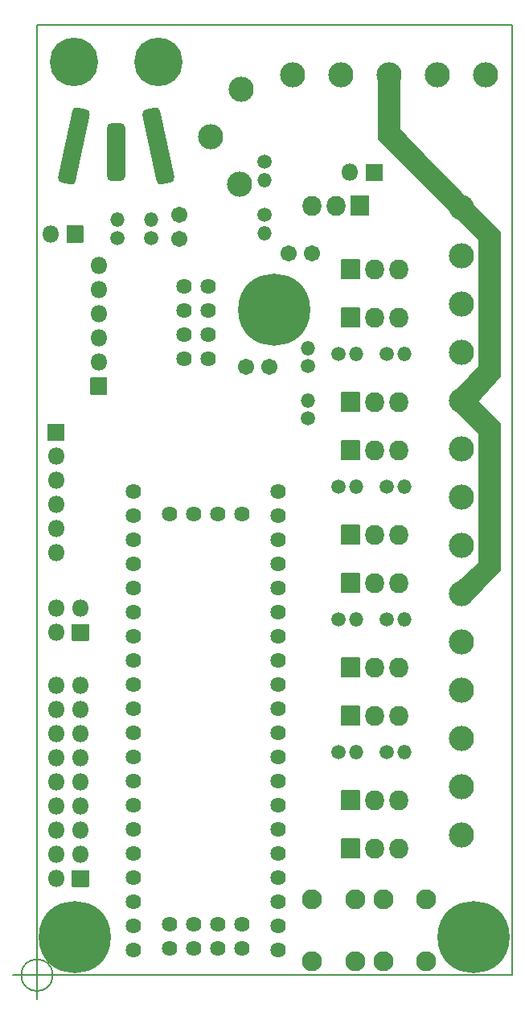
<source format=gbr>
%TF.GenerationSoftware,KiCad,Pcbnew,(5.99.0-1450-gc67d5d7f2)*%
%TF.CreationDate,2020-04-28T18:22:32-07:00*%
%TF.ProjectId,DMX_CTRL,444d585f-4354-4524-9c2e-6b696361645f,rev?*%
%TF.SameCoordinates,PX4c4b400PY8f0d180*%
%TF.FileFunction,Soldermask,Bot*%
%TF.FilePolarity,Negative*%
%FSLAX46Y46*%
G04 Gerber Fmt 4.6, Leading zero omitted, Abs format (unit mm)*
G04 Created by KiCad (PCBNEW (5.99.0-1450-gc67d5d7f2)) date 2020-04-28 18:22:32*
%MOMM*%
%LPD*%
G01*
G04 APERTURE LIST*
%ADD10C,0.150000*%
%TA.AperFunction,Profile*%
%ADD11C,0.150000*%
%TD*%
%ADD12C,1.626000*%
%ADD13O,2.007000X2.102000*%
%ADD14C,5.102000*%
%ADD15C,2.102000*%
%ADD16O,1.502000X1.502000*%
%ADD17C,1.502000*%
%ADD18C,7.602000*%
%ADD19C,2.642000*%
%ADD20C,1.702000*%
%ADD21O,1.802000X1.802000*%
G04 APERTURE END LIST*
D10*
G36*
X38200000Y89000000D02*
G01*
X41800000Y85200000D01*
X48800000Y78200000D01*
X48800000Y63000000D01*
X46400000Y60400000D01*
X48800000Y58000000D01*
X48800000Y42600000D01*
X45600000Y39400000D01*
X44200000Y41200000D01*
X46600000Y43400000D01*
X46600000Y57000000D01*
X44200000Y59400000D01*
X44000000Y61400000D01*
X46600000Y64000000D01*
X46600000Y77400000D01*
X36000000Y88000000D01*
X36000000Y94400000D01*
X38200000Y94400000D01*
X38200000Y89000000D01*
G37*
X38200000Y89000000D02*
X41800000Y85200000D01*
X48800000Y78200000D01*
X48800000Y63000000D01*
X46400000Y60400000D01*
X48800000Y58000000D01*
X48800000Y42600000D01*
X45600000Y39400000D01*
X44200000Y41200000D01*
X46600000Y43400000D01*
X46600000Y57000000D01*
X44200000Y59400000D01*
X44000000Y61400000D01*
X46600000Y64000000D01*
X46600000Y77400000D01*
X36000000Y88000000D01*
X36000000Y94400000D01*
X38200000Y94400000D01*
X38200000Y89000000D01*
D11*
X1666666Y0D02*
G75*
G03*
X1666666Y0I-1666666J0D01*
G01*
X-2500000Y0D02*
X2500000Y0D01*
X0Y2500000D02*
X0Y-2500000D01*
X0Y100000000D02*
X0Y0D01*
X50000000Y100000000D02*
X0Y100000000D01*
X50000000Y0D02*
X50000000Y100000000D01*
X0Y0D02*
X50000000Y0D01*
D10*
G36*
X38200000Y89000000D02*
G01*
X41800000Y85200000D01*
X48800000Y78200000D01*
X48800000Y63000000D01*
X46400000Y60400000D01*
X48800000Y58000000D01*
X48800000Y42600000D01*
X45600000Y39400000D01*
X44200000Y41200000D01*
X46600000Y43400000D01*
X46600000Y57000000D01*
X44200000Y59400000D01*
X44000000Y61400000D01*
X46600000Y64000000D01*
X46600000Y77400000D01*
X36000000Y88000000D01*
X36000000Y94400000D01*
X38200000Y94400000D01*
X38200000Y89000000D01*
G37*
X38200000Y89000000D02*
X41800000Y85200000D01*
X48800000Y78200000D01*
X48800000Y63000000D01*
X46400000Y60400000D01*
X48800000Y58000000D01*
X48800000Y42600000D01*
X45600000Y39400000D01*
X44200000Y41200000D01*
X46600000Y43400000D01*
X46600000Y57000000D01*
X44200000Y59400000D01*
X44000000Y61400000D01*
X46600000Y64000000D01*
X46600000Y77400000D01*
X36000000Y88000000D01*
X36000000Y94400000D01*
X38200000Y94400000D01*
X38200000Y89000000D01*
D11*
X1666666Y0D02*
G75*
G03*
X1666666Y0I-1666666J0D01*
G01*
X-2500000Y0D02*
X2500000Y0D01*
X0Y2500000D02*
X0Y-2500000D01*
X0Y100000000D02*
X0Y0D01*
X50000000Y100000000D02*
X0Y100000000D01*
X50000000Y0D02*
X50000000Y100000000D01*
X0Y0D02*
X50000000Y0D01*
D12*
X10170000Y2680000D03*
X10170000Y15380000D03*
X10170000Y33160000D03*
X10170000Y43320000D03*
X10170000Y5220000D03*
X10170000Y28080000D03*
X10170000Y10300000D03*
X10170000Y12840000D03*
X10170000Y7760000D03*
X10170000Y30620000D03*
X10170000Y25540000D03*
X10170000Y38240000D03*
X10170000Y17920000D03*
X10170000Y45860000D03*
X10170000Y40780000D03*
X10170000Y35700000D03*
X10170000Y48400000D03*
X10170000Y23000000D03*
X10170000Y50940000D03*
X10170000Y20460000D03*
X25410000Y2680000D03*
X25410000Y5220000D03*
X25410000Y7760000D03*
X25410000Y10300000D03*
X25410000Y12840000D03*
X25410000Y20460000D03*
X25410000Y15380000D03*
X25410000Y17920000D03*
X25410000Y23000000D03*
X25410000Y25540000D03*
X25410000Y28080000D03*
X25410000Y33160000D03*
X25410000Y30620000D03*
X25410000Y35700000D03*
X25410000Y38240000D03*
X25410000Y45860000D03*
X25410000Y40780000D03*
X25410000Y43320000D03*
X25410000Y48400000D03*
X25410000Y50940000D03*
D13*
X28920000Y81000000D03*
X31460000Y81000000D03*
G36*
G01*
X35003500Y82000000D02*
X35003500Y80000000D01*
G75*
G02*
X34952500Y79949000I-51000J0D01*
G01*
X33047500Y79949000D01*
G75*
G02*
X32996500Y80000000I0J51000D01*
G01*
X32996500Y82000000D01*
G75*
G02*
X33047500Y82051000I51000J0D01*
G01*
X34952500Y82051000D01*
G75*
G02*
X35003500Y82000000I0J-51000D01*
G01*
G37*
X38100000Y13335000D03*
X35560000Y13335000D03*
G36*
G01*
X32016500Y12335000D02*
X32016500Y14335000D01*
G75*
G02*
X32067500Y14386000I51000J0D01*
G01*
X33972500Y14386000D01*
G75*
G02*
X34023500Y14335000I0J-51000D01*
G01*
X34023500Y12335000D01*
G75*
G02*
X33972500Y12284000I-51000J0D01*
G01*
X32067500Y12284000D01*
G75*
G02*
X32016500Y12335000I0J51000D01*
G01*
G37*
X38100000Y18415000D03*
X35560000Y18415000D03*
G36*
G01*
X32016500Y17415000D02*
X32016500Y19415000D01*
G75*
G02*
X32067500Y19466000I51000J0D01*
G01*
X33972500Y19466000D01*
G75*
G02*
X34023500Y19415000I0J-51000D01*
G01*
X34023500Y17415000D01*
G75*
G02*
X33972500Y17364000I-51000J0D01*
G01*
X32067500Y17364000D01*
G75*
G02*
X32016500Y17415000I0J51000D01*
G01*
G37*
X38100000Y27305000D03*
X35560000Y27305000D03*
G36*
G01*
X32016500Y26305000D02*
X32016500Y28305000D01*
G75*
G02*
X32067500Y28356000I51000J0D01*
G01*
X33972500Y28356000D01*
G75*
G02*
X34023500Y28305000I0J-51000D01*
G01*
X34023500Y26305000D01*
G75*
G02*
X33972500Y26254000I-51000J0D01*
G01*
X32067500Y26254000D01*
G75*
G02*
X32016500Y26305000I0J51000D01*
G01*
G37*
X38100000Y32385000D03*
X35560000Y32385000D03*
G36*
G01*
X32016500Y31385000D02*
X32016500Y33385000D01*
G75*
G02*
X32067500Y33436000I51000J0D01*
G01*
X33972500Y33436000D01*
G75*
G02*
X34023500Y33385000I0J-51000D01*
G01*
X34023500Y31385000D01*
G75*
G02*
X33972500Y31334000I-51000J0D01*
G01*
X32067500Y31334000D01*
G75*
G02*
X32016500Y31385000I0J51000D01*
G01*
G37*
X38100000Y41275000D03*
X35560000Y41275000D03*
G36*
G01*
X32016500Y40275000D02*
X32016500Y42275000D01*
G75*
G02*
X32067500Y42326000I51000J0D01*
G01*
X33972500Y42326000D01*
G75*
G02*
X34023500Y42275000I0J-51000D01*
G01*
X34023500Y40275000D01*
G75*
G02*
X33972500Y40224000I-51000J0D01*
G01*
X32067500Y40224000D01*
G75*
G02*
X32016500Y40275000I0J51000D01*
G01*
G37*
X38100000Y46355000D03*
X35560000Y46355000D03*
G36*
G01*
X32016500Y45355000D02*
X32016500Y47355000D01*
G75*
G02*
X32067500Y47406000I51000J0D01*
G01*
X33972500Y47406000D01*
G75*
G02*
X34023500Y47355000I0J-51000D01*
G01*
X34023500Y45355000D01*
G75*
G02*
X33972500Y45304000I-51000J0D01*
G01*
X32067500Y45304000D01*
G75*
G02*
X32016500Y45355000I0J51000D01*
G01*
G37*
X38100000Y60325000D03*
X35560000Y60325000D03*
G36*
G01*
X32016500Y59325000D02*
X32016500Y61325000D01*
G75*
G02*
X32067500Y61376000I51000J0D01*
G01*
X33972500Y61376000D01*
G75*
G02*
X34023500Y61325000I0J-51000D01*
G01*
X34023500Y59325000D01*
G75*
G02*
X33972500Y59274000I-51000J0D01*
G01*
X32067500Y59274000D01*
G75*
G02*
X32016500Y59325000I0J51000D01*
G01*
G37*
X38100000Y55245000D03*
X35560000Y55245000D03*
G36*
G01*
X32016500Y54245000D02*
X32016500Y56245000D01*
G75*
G02*
X32067500Y56296000I51000J0D01*
G01*
X33972500Y56296000D01*
G75*
G02*
X34023500Y56245000I0J-51000D01*
G01*
X34023500Y54245000D01*
G75*
G02*
X33972500Y54194000I-51000J0D01*
G01*
X32067500Y54194000D01*
G75*
G02*
X32016500Y54245000I0J51000D01*
G01*
G37*
X38100000Y69215000D03*
X35560000Y69215000D03*
G36*
G01*
X32016500Y68215000D02*
X32016500Y70215000D01*
G75*
G02*
X32067500Y70266000I51000J0D01*
G01*
X33972500Y70266000D01*
G75*
G02*
X34023500Y70215000I0J-51000D01*
G01*
X34023500Y68215000D01*
G75*
G02*
X33972500Y68164000I-51000J0D01*
G01*
X32067500Y68164000D01*
G75*
G02*
X32016500Y68215000I0J51000D01*
G01*
G37*
X38100000Y74295000D03*
X35560000Y74295000D03*
G36*
G01*
X32016500Y73295000D02*
X32016500Y75295000D01*
G75*
G02*
X32067500Y75346000I51000J0D01*
G01*
X33972500Y75346000D01*
G75*
G02*
X34023500Y75295000I0J-51000D01*
G01*
X34023500Y73295000D01*
G75*
G02*
X33972500Y73244000I-51000J0D01*
G01*
X32067500Y73244000D01*
G75*
G02*
X32016500Y73295000I0J51000D01*
G01*
G37*
D12*
X21620000Y2780000D03*
X19080000Y2780000D03*
X16540000Y2780000D03*
X14000000Y2780000D03*
X14000000Y5320000D03*
X16540000Y5320000D03*
X19080000Y5320000D03*
X21620000Y5320000D03*
X21620000Y48500000D03*
X19080000Y48500000D03*
X16540000Y48500000D03*
X14000000Y48500000D03*
D14*
X12780000Y96160000D03*
X3890000Y96160000D03*
G36*
G01*
X3512859Y83208662D02*
X2582641Y83406386D01*
G75*
G02*
X2216394Y83970357I98862J465109D01*
G01*
X3703170Y90965091D01*
G75*
G02*
X4267141Y91331338I465109J-98862D01*
G01*
X5197359Y91133614D01*
G75*
G02*
X5563606Y90569643I-98862J-465109D01*
G01*
X4076830Y83574909D01*
G75*
G02*
X3512859Y83208662I-465109J98862D01*
G01*
G37*
G36*
G01*
X8810500Y83584000D02*
X7859500Y83584000D01*
G75*
G02*
X7384000Y84059500I0J475500D01*
G01*
X7384000Y89210500D01*
G75*
G02*
X7859500Y89686000I475500J0D01*
G01*
X8810500Y89686000D01*
G75*
G02*
X9286000Y89210500I0J-475500D01*
G01*
X9286000Y84059500D01*
G75*
G02*
X8810500Y83584000I-475500J0D01*
G01*
G37*
G36*
G01*
X14087359Y83406386D02*
X13157141Y83208662D01*
G75*
G02*
X12593170Y83574909I-98862J465109D01*
G01*
X11106394Y90569643D01*
G75*
G02*
X11472641Y91133614I465109J98862D01*
G01*
X12402859Y91331338D01*
G75*
G02*
X12966830Y90965091I98862J-465109D01*
G01*
X14453606Y83970357D01*
G75*
G02*
X14087359Y83406386I-465109J-98862D01*
G01*
G37*
D15*
X41000000Y1500000D03*
X36500000Y1500000D03*
X41000000Y8000000D03*
X36500000Y8000000D03*
D16*
X12000000Y79500000D03*
D17*
X12000000Y77600000D03*
D16*
X8500000Y79500000D03*
D17*
X8500000Y77600000D03*
D18*
X46000000Y4000000D03*
D12*
X18040000Y72500000D03*
X18040000Y69960000D03*
X18040000Y67420000D03*
X18040000Y64880000D03*
X15500000Y64880000D03*
X15500000Y67420000D03*
X15500000Y69960000D03*
X15500000Y72500000D03*
D17*
X24000000Y85600000D03*
D16*
X24000000Y83700000D03*
D19*
X21500000Y93218000D03*
X21300000Y83218000D03*
X18300000Y88218000D03*
D20*
X15000000Y77500000D03*
X15000000Y80000000D03*
X26500000Y76000000D03*
X29000000Y76000000D03*
X24500000Y64000000D03*
X22000000Y64000000D03*
D18*
X4000000Y4000000D03*
X25000000Y70000000D03*
G36*
G01*
X5473000Y36918000D02*
X5473000Y35218000D01*
G75*
G02*
X5422000Y35167000I-51000J0D01*
G01*
X3722000Y35167000D01*
G75*
G02*
X3671000Y35218000I0J51000D01*
G01*
X3671000Y36918000D01*
G75*
G02*
X3722000Y36969000I51000J0D01*
G01*
X5422000Y36969000D01*
G75*
G02*
X5473000Y36918000I0J-51000D01*
G01*
G37*
D21*
X2032000Y36068000D03*
X4572000Y38608000D03*
X2032000Y38608000D03*
G36*
G01*
X5473000Y11010000D02*
X5473000Y9310000D01*
G75*
G02*
X5422000Y9259000I-51000J0D01*
G01*
X3722000Y9259000D01*
G75*
G02*
X3671000Y9310000I0J51000D01*
G01*
X3671000Y11010000D01*
G75*
G02*
X3722000Y11061000I51000J0D01*
G01*
X5422000Y11061000D01*
G75*
G02*
X5473000Y11010000I0J-51000D01*
G01*
G37*
X2032000Y10160000D03*
X4572000Y12700000D03*
X2032000Y12700000D03*
X4572000Y15240000D03*
X2032000Y15240000D03*
X4572000Y17780000D03*
X2032000Y17780000D03*
X4572000Y20320000D03*
X2032000Y20320000D03*
X4572000Y22860000D03*
X2032000Y22860000D03*
X4572000Y25400000D03*
X2032000Y25400000D03*
X4572000Y27940000D03*
X2032000Y27940000D03*
X4572000Y30480000D03*
X2032000Y30480000D03*
X32960000Y84500000D03*
G36*
G01*
X34650000Y85401000D02*
X36350000Y85401000D01*
G75*
G02*
X36401000Y85350000I0J-51000D01*
G01*
X36401000Y83650000D01*
G75*
G02*
X36350000Y83599000I-51000J0D01*
G01*
X34650000Y83599000D01*
G75*
G02*
X34599000Y83650000I0J51000D01*
G01*
X34599000Y85350000D01*
G75*
G02*
X34650000Y85401000I51000J0D01*
G01*
G37*
G36*
G01*
X1099000Y56300000D02*
X1099000Y58000000D01*
G75*
G02*
X1150000Y58051000I51000J0D01*
G01*
X2850000Y58051000D01*
G75*
G02*
X2901000Y58000000I0J-51000D01*
G01*
X2901000Y56300000D01*
G75*
G02*
X2850000Y56249000I-51000J0D01*
G01*
X1150000Y56249000D01*
G75*
G02*
X1099000Y56300000I0J51000D01*
G01*
G37*
X2000000Y54610000D03*
X2000000Y52070000D03*
X2000000Y49530000D03*
X2000000Y46990000D03*
X2000000Y44450000D03*
G36*
G01*
X3150000Y78901000D02*
X4850000Y78901000D01*
G75*
G02*
X4901000Y78850000I0J-51000D01*
G01*
X4901000Y77150000D01*
G75*
G02*
X4850000Y77099000I-51000J0D01*
G01*
X3150000Y77099000D01*
G75*
G02*
X3099000Y77150000I0J51000D01*
G01*
X3099000Y78850000D01*
G75*
G02*
X3150000Y78901000I51000J0D01*
G01*
G37*
X1460000Y78000000D03*
X6500000Y74700000D03*
X6500000Y72160000D03*
X6500000Y69620000D03*
X6500000Y67080000D03*
X6500000Y64540000D03*
G36*
G01*
X7401000Y62850000D02*
X7401000Y61150000D01*
G75*
G02*
X7350000Y61099000I-51000J0D01*
G01*
X5650000Y61099000D01*
G75*
G02*
X5599000Y61150000I0J51000D01*
G01*
X5599000Y62850000D01*
G75*
G02*
X5650000Y62901000I51000J0D01*
G01*
X7350000Y62901000D01*
G75*
G02*
X7401000Y62850000I0J-51000D01*
G01*
G37*
D17*
X31750000Y65405000D03*
D16*
X33650000Y65405000D03*
X38730000Y51435000D03*
D17*
X36830000Y51435000D03*
X31750000Y51435000D03*
D16*
X33650000Y51435000D03*
X38730000Y37465000D03*
D17*
X36830000Y37465000D03*
X31750000Y37465000D03*
D16*
X33650000Y37465000D03*
X38730000Y23495000D03*
D17*
X36830000Y23495000D03*
D16*
X33650000Y23495000D03*
D17*
X31750000Y23495000D03*
X28500000Y64100000D03*
D16*
X28500000Y66000000D03*
D17*
X28500000Y58600000D03*
D16*
X28500000Y60500000D03*
X38730000Y65405000D03*
D17*
X36830000Y65405000D03*
D16*
X24000000Y78100000D03*
D17*
X24000000Y80000000D03*
D15*
X33500000Y1500000D03*
X29000000Y1500000D03*
X33500000Y8000000D03*
X29000000Y8000000D03*
D19*
X44704000Y14732000D03*
X44704000Y19812000D03*
X44704000Y24892000D03*
X44704000Y29972000D03*
X44704000Y35052000D03*
X44704000Y40132000D03*
X44704000Y45212000D03*
X44704000Y50292000D03*
X44704000Y55372000D03*
X44704000Y60452000D03*
X44704000Y65532000D03*
X44704000Y70612000D03*
X44704000Y75692000D03*
X44704000Y80772000D03*
X26924000Y94742000D03*
X32004000Y94742000D03*
X37084000Y94742000D03*
X42164000Y94742000D03*
X47244000Y94742000D03*
M02*

</source>
